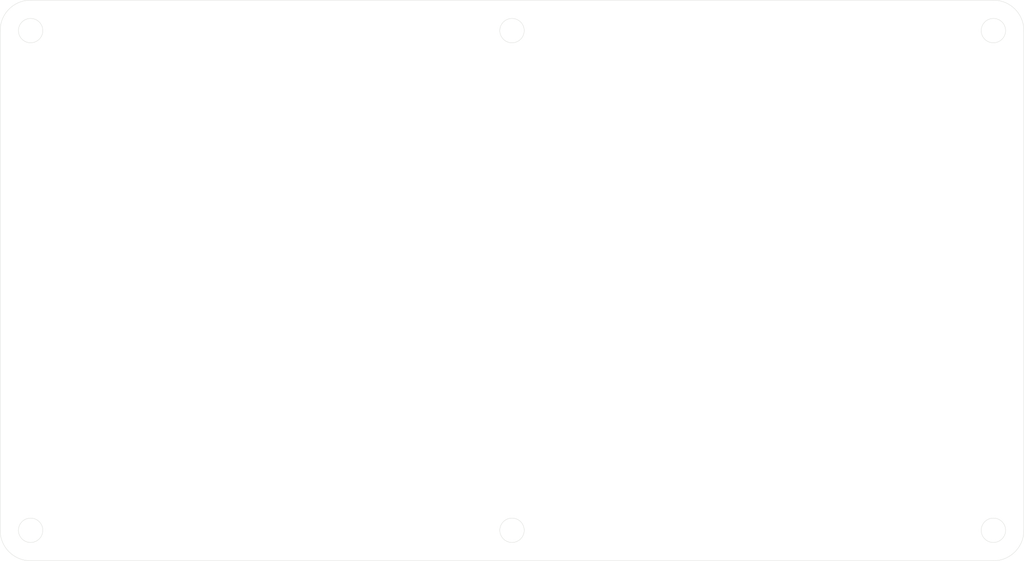
<source format=kicad_pcb>
(kicad_pcb (version 20171130) (host pcbnew 5.1.5-52549c5~84~ubuntu18.04.1)

  (general
    (thickness 1.6)
    (drawings 14)
    (tracks 0)
    (zones 0)
    (modules 0)
    (nets 1)
  )

  (page A4)
  (layers
    (0 F.Cu signal)
    (31 B.Cu signal)
    (32 B.Adhes user)
    (33 F.Adhes user)
    (34 B.Paste user)
    (35 F.Paste user)
    (36 B.SilkS user)
    (37 F.SilkS user)
    (38 B.Mask user)
    (39 F.Mask user)
    (40 Dwgs.User user)
    (41 Cmts.User user)
    (42 Eco1.User user)
    (43 Eco2.User user)
    (44 Edge.Cuts user)
    (45 Margin user)
    (46 B.CrtYd user)
    (47 F.CrtYd user)
    (48 B.Fab user)
    (49 F.Fab user)
  )

  (setup
    (last_trace_width 0.25)
    (trace_clearance 0.2)
    (zone_clearance 0.508)
    (zone_45_only no)
    (trace_min 0.2)
    (via_size 0.8)
    (via_drill 0.4)
    (via_min_size 0.4)
    (via_min_drill 0.3)
    (uvia_size 0.3)
    (uvia_drill 0.1)
    (uvias_allowed no)
    (uvia_min_size 0.2)
    (uvia_min_drill 0.1)
    (edge_width 0.05)
    (segment_width 0.2)
    (pcb_text_width 0.3)
    (pcb_text_size 1.5 1.5)
    (mod_edge_width 0.12)
    (mod_text_size 1 1)
    (mod_text_width 0.15)
    (pad_size 1.524 1.524)
    (pad_drill 0.762)
    (pad_to_mask_clearance 0.051)
    (solder_mask_min_width 0.25)
    (aux_axis_origin 0 0)
    (visible_elements FFFFFF7F)
    (pcbplotparams
      (layerselection 0x010fc_ffffffff)
      (usegerberextensions false)
      (usegerberattributes false)
      (usegerberadvancedattributes false)
      (creategerberjobfile false)
      (excludeedgelayer true)
      (linewidth 0.100000)
      (plotframeref false)
      (viasonmask false)
      (mode 1)
      (useauxorigin false)
      (hpglpennumber 1)
      (hpglpenspeed 20)
      (hpglpendiameter 15.000000)
      (psnegative false)
      (psa4output false)
      (plotreference true)
      (plotvalue true)
      (plotinvisibletext false)
      (padsonsilk false)
      (subtractmaskfromsilk false)
      (outputformat 1)
      (mirror false)
      (drillshape 1)
      (scaleselection 1)
      (outputdirectory ""))
  )

  (net 0 "")

  (net_class Default "This is the default net class."
    (clearance 0.2)
    (trace_width 0.25)
    (via_dia 0.8)
    (via_drill 0.4)
    (uvia_dia 0.3)
    (uvia_drill 0.1)
  )

  (gr_line (start 236 136) (end 236 54) (layer Edge.Cuts) (width 0.05) (tstamp 5E2108FB))
  (gr_line (start 73 141) (end 231 141) (layer Edge.Cuts) (width 0.05) (tstamp 5E2108FA))
  (gr_line (start 68 54) (end 68 136) (layer Edge.Cuts) (width 0.05) (tstamp 5E2108F9))
  (gr_line (start 231 49) (end 73 49) (layer Edge.Cuts) (width 0.05) (tstamp 5E2108F8))
  (gr_arc (start 231 54) (end 236 54) (angle -90) (layer Edge.Cuts) (width 0.05))
  (gr_arc (start 231 136) (end 231 141) (angle -90) (layer Edge.Cuts) (width 0.05))
  (gr_arc (start 73 136) (end 68 136) (angle -90) (layer Edge.Cuts) (width 0.05))
  (gr_arc (start 73 54) (end 73 49) (angle -90) (layer Edge.Cuts) (width 0.05))
  (gr_circle (center 231 136) (end 233 136) (layer Edge.Cuts) (width 0.05))
  (gr_circle (center 152 136) (end 154 136) (layer Edge.Cuts) (width 0.05))
  (gr_circle (center 73 136) (end 75 136) (layer Edge.Cuts) (width 0.05))
  (gr_circle (center 73 54) (end 75 54) (layer Edge.Cuts) (width 0.05))
  (gr_circle (center 231 54) (end 233 54) (layer Edge.Cuts) (width 0.05))
  (gr_circle (center 152 54) (end 154 54) (layer Edge.Cuts) (width 0.05))

)

</source>
